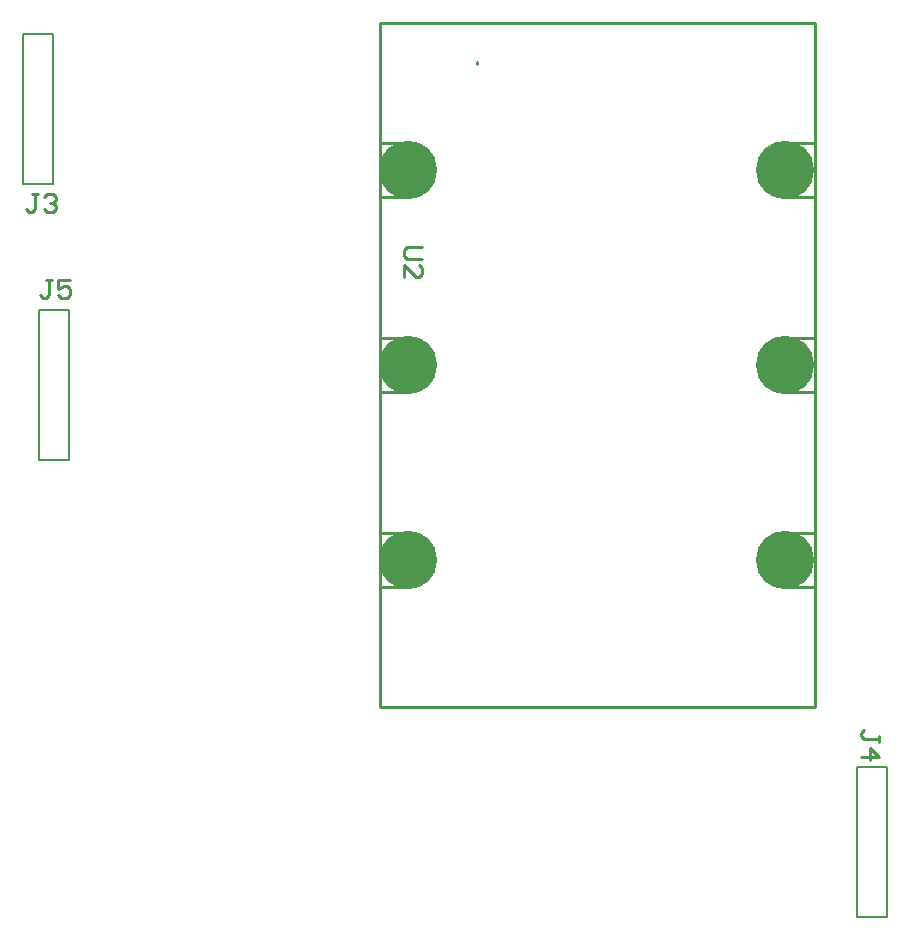
<source format=gto>
G04*
G04 #@! TF.GenerationSoftware,Altium Limited,Altium Designer,19.0.10 (269)*
G04*
G04 Layer_Color=65535*
%FSLAX25Y25*%
%MOIN*%
G70*
G01*
G75*
%ADD10C,0.19410*%
%ADD11C,0.00787*%
%ADD12C,0.01000*%
D10*
X132496Y264500D02*
D03*
X258000D02*
D03*
Y199500D02*
D03*
Y134500D02*
D03*
X132496Y199500D02*
D03*
Y134500D02*
D03*
D11*
X9500Y218000D02*
X19500D01*
Y168000D02*
Y218000D01*
X9500Y168000D02*
Y218000D01*
Y168000D02*
X19500D01*
X282000Y65500D02*
X292000D01*
Y15500D02*
Y65500D01*
X282000Y15500D02*
Y65500D01*
Y15500D02*
X292000D01*
X4000Y260000D02*
X14000D01*
X4000D02*
Y310000D01*
X14000Y260000D02*
Y310000D01*
X4000D02*
X14000D01*
D12*
X258500Y125500D02*
X268000D01*
X258000Y143500D02*
X268000D01*
X258000Y190500D02*
X268000D01*
X258000Y208500D02*
X268000D01*
X258500Y255500D02*
X268000D01*
X258000Y273500D02*
X268000D01*
X123000Y125500D02*
X132500D01*
X123000Y143500D02*
X132500D01*
X123000Y190500D02*
X133000D01*
X123000Y208500D02*
X132000D01*
X155500Y300000D02*
Y300500D01*
X123000Y313496D02*
X268000D01*
X123500Y273500D02*
X132496D01*
X123500Y255500D02*
X132496D01*
X123000Y85500D02*
Y313496D01*
Y85500D02*
X268000D01*
Y313496D01*
X136998Y239000D02*
X132000D01*
X131000Y238000D01*
Y236001D01*
X132000Y235001D01*
X136998D01*
X131000Y229003D02*
Y233002D01*
X134999Y229003D01*
X135998D01*
X136998Y230003D01*
Y232002D01*
X135998Y233002D01*
X13699Y228098D02*
X11699D01*
X12699D01*
Y223100D01*
X11699Y222100D01*
X10700D01*
X9700Y223100D01*
X19697Y228098D02*
X15698D01*
Y225099D01*
X17697Y226099D01*
X18697D01*
X19697Y225099D01*
Y223100D01*
X18697Y222100D01*
X16698D01*
X15698Y223100D01*
X289498Y74001D02*
Y76001D01*
Y75001D01*
X284500D01*
X283500Y76001D01*
Y77000D01*
X284500Y78000D01*
X283500Y69003D02*
X289498D01*
X286499Y72002D01*
Y68003D01*
X8999Y256498D02*
X6999D01*
X7999D01*
Y251500D01*
X6999Y250500D01*
X6000D01*
X5000Y251500D01*
X10998Y255498D02*
X11998Y256498D01*
X13997D01*
X14997Y255498D01*
Y254499D01*
X13997Y253499D01*
X12997D01*
X13997D01*
X14997Y252499D01*
Y251500D01*
X13997Y250500D01*
X11998D01*
X10998Y251500D01*
M02*

</source>
